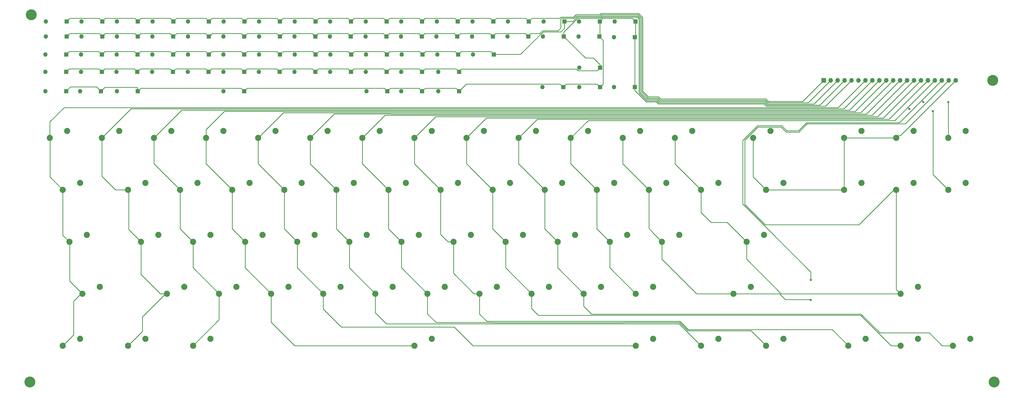
<source format=gbl>
%TF.GenerationSoftware,KiCad,Pcbnew,(5.1.6)-1*%
%TF.CreationDate,2020-11-26T21:32:01-06:00*%
%TF.ProjectId,Protomatrix,50726f74-6f6d-4617-9472-69782e6b6963,rev?*%
%TF.SameCoordinates,Original*%
%TF.FileFunction,Copper,L2,Bot*%
%TF.FilePolarity,Positive*%
%FSLAX46Y46*%
G04 Gerber Fmt 4.6, Leading zero omitted, Abs format (unit mm)*
G04 Created by KiCad (PCBNEW (5.1.6)-1) date 2020-11-26 21:32:01*
%MOMM*%
%LPD*%
G01*
G04 APERTURE LIST*
%TA.AperFunction,ComponentPad*%
%ADD10O,1.700000X1.700000*%
%TD*%
%TA.AperFunction,ComponentPad*%
%ADD11R,1.700000X1.700000*%
%TD*%
%TA.AperFunction,ComponentPad*%
%ADD12C,2.250000*%
%TD*%
%TA.AperFunction,ComponentPad*%
%ADD13O,1.600000X1.600000*%
%TD*%
%TA.AperFunction,ComponentPad*%
%ADD14R,1.600000X1.600000*%
%TD*%
%TA.AperFunction,ViaPad*%
%ADD15C,4.000000*%
%TD*%
%TA.AperFunction,ViaPad*%
%ADD16C,0.800000*%
%TD*%
%TA.AperFunction,Conductor*%
%ADD17C,0.254000*%
%TD*%
G04 APERTURE END LIST*
D10*
%TO.P,J1,20*%
%TO.N,Col13*%
X195691250Y-49435000D03*
%TO.P,J1,19*%
%TO.N,Col12*%
X193151250Y-49435000D03*
%TO.P,J1,18*%
%TO.N,Col11*%
X190611250Y-49435000D03*
%TO.P,J1,17*%
%TO.N,Col10*%
X188071250Y-49435000D03*
%TO.P,J1,16*%
%TO.N,Col9*%
X185531250Y-49435000D03*
%TO.P,J1,15*%
%TO.N,Col8*%
X182991250Y-49435000D03*
%TO.P,J1,14*%
%TO.N,Col7*%
X180451250Y-49435000D03*
%TO.P,J1,13*%
%TO.N,Col6*%
X177911250Y-49435000D03*
%TO.P,J1,12*%
%TO.N,Col5*%
X175371250Y-49435000D03*
%TO.P,J1,11*%
%TO.N,Col4*%
X172831250Y-49435000D03*
%TO.P,J1,10*%
%TO.N,Col3*%
X170291250Y-49435000D03*
%TO.P,J1,9*%
%TO.N,Col2*%
X167751250Y-49435000D03*
%TO.P,J1,8*%
%TO.N,Col1*%
X165211250Y-49435000D03*
%TO.P,J1,7*%
%TO.N,Col0*%
X162671250Y-49435000D03*
%TO.P,J1,6*%
%TO.N,Net-(J1-Pad6)*%
X160131250Y-49435000D03*
%TO.P,J1,5*%
%TO.N,Row4*%
X157591250Y-49435000D03*
%TO.P,J1,4*%
%TO.N,Row3*%
X155051250Y-49435000D03*
%TO.P,J1,3*%
%TO.N,Row2*%
X152511250Y-49435000D03*
%TO.P,J1,2*%
%TO.N,Row1*%
X149971250Y-49435000D03*
D11*
%TO.P,J1,1*%
%TO.N,Row0*%
X147431250Y-49435000D03*
%TD*%
D12*
%TO.P,MX`1,2*%
%TO.N,Net-(D1-Pad2)*%
X-129222500Y-67945000D03*
%TO.P,MX`1,1*%
%TO.N,Col0*%
X-135572500Y-70485000D03*
%TD*%
%TO.P,MX=1,2*%
%TO.N,Net-(D13-Pad2)*%
X99377500Y-67945000D03*
%TO.P,MX=1,1*%
%TO.N,Col12*%
X93027500Y-70485000D03*
%TD*%
%TO.P,MX-z1,2*%
%TO.N,Net-(D49-Pad2)*%
X-86360000Y-125095000D03*
%TO.P,MX-z1,1*%
%TO.N,Col1*%
X-92710000Y-127635000D03*
%TD*%
%TO.P,MX-Y1,2*%
%TO.N,Net-(D23-Pad2)*%
X-5397500Y-86995000D03*
%TO.P,MX-Y1,1*%
%TO.N,Col6*%
X-11747500Y-89535000D03*
%TD*%
%TO.P,MX-x1,2*%
%TO.N,Net-(D50-Pad2)*%
X-67310000Y-125095000D03*
%TO.P,MX-x1,1*%
%TO.N,Col2*%
X-73660000Y-127635000D03*
%TD*%
%TO.P,MX-W1,2*%
%TO.N,Net-(D19-Pad2)*%
X-81597500Y-86995000D03*
%TO.P,MX-W1,1*%
%TO.N,Col2*%
X-87947500Y-89535000D03*
%TD*%
%TO.P,MX-v1,2*%
%TO.N,Net-(D52-Pad2)*%
X-29210000Y-125095000D03*
%TO.P,MX-v1,1*%
%TO.N,Col4*%
X-35560000Y-127635000D03*
%TD*%
%TO.P,MX-Up1,2*%
%TO.N,Net-(D60-Pad2)*%
X181927500Y-125095000D03*
%TO.P,MX-Up1,1*%
%TO.N,Col12*%
X175577500Y-127635000D03*
%TD*%
%TO.P,MX-U1,2*%
%TO.N,Net-(D24-Pad2)*%
X13652500Y-86995000D03*
%TO.P,MX-U1,1*%
%TO.N,Col7*%
X7302500Y-89535000D03*
%TD*%
%TO.P,MX-Tab1,2*%
%TO.N,Net-(D34-Pad2)*%
X-124460000Y-86995000D03*
%TO.P,MX-Tab1,1*%
%TO.N,Col0*%
X-130810000Y-89535000D03*
%TD*%
%TO.P,MX-T1,2*%
%TO.N,Net-(D22-Pad2)*%
X-24447500Y-86995000D03*
%TO.P,MX-T1,1*%
%TO.N,Col5*%
X-30797500Y-89535000D03*
%TD*%
%TO.P,MX-Spc1,2*%
%TO.N,Net-(D64-Pad2)*%
X4127500Y-144145000D03*
%TO.P,MX-Spc1,1*%
%TO.N,Col3*%
X-2222500Y-146685000D03*
%TD*%
%TO.P,MX-s1,2*%
%TO.N,Net-(D37-Pad2)*%
X-76835000Y-106045000D03*
%TO.P,MX-s1,1*%
%TO.N,Col2*%
X-83185000Y-108585000D03*
%TD*%
%TO.P,MX-RSys1,2*%
%TO.N,Net-(D66-Pad2)*%
X108902500Y-144145000D03*
%TO.P,MX-RSys1,1*%
%TO.N,Col5*%
X102552500Y-146685000D03*
%TD*%
%TO.P,MX-RShift1,2*%
%TO.N,Net-(D59-Pad2)*%
X120808750Y-125095000D03*
%TO.P,MX-RShift1,1*%
%TO.N,Col11*%
X114458750Y-127635000D03*
%TD*%
%TO.P,MX-Right1,2*%
%TO.N,Net-(D70-Pad2)*%
X201041000Y-144145000D03*
%TO.P,MX-Right1,1*%
%TO.N,Col9*%
X194691000Y-146685000D03*
%TD*%
%TO.P,MX-RCtrl1,2*%
%TO.N,Net-(D67-Pad2)*%
X132715000Y-144145000D03*
%TO.P,MX-RCtrl1,1*%
%TO.N,Col6*%
X126365000Y-146685000D03*
%TD*%
%TO.P,MX-RAlt1,2*%
%TO.N,Net-(D65-Pad2)*%
X85090000Y-144145000D03*
%TO.P,MX-RAlt1,1*%
%TO.N,Col4*%
X78740000Y-146685000D03*
%TD*%
%TO.P,MX-R1,2*%
%TO.N,Net-(D21-Pad2)*%
X-43497500Y-86995000D03*
%TO.P,MX-R1,1*%
%TO.N,Col4*%
X-49847500Y-89535000D03*
%TD*%
%TO.P,MX-Q1,2*%
%TO.N,Net-(D18-Pad2)*%
X-100647500Y-86995000D03*
%TO.P,MX-Q1,1*%
%TO.N,Col1*%
X-106997500Y-89535000D03*
%TD*%
%TO.P,MX-PgUp1,2*%
%TO.N,Net-(D17-Pad2)*%
X199390000Y-67945000D03*
%TO.P,MX-PgUp1,1*%
%TO.N,Col11*%
X193040000Y-70485000D03*
%TD*%
%TO.P,MX-PgDn1,2*%
%TO.N,Net-(D33-Pad2)*%
X199390000Y-86995000D03*
%TO.P,MX-PgDn1,1*%
%TO.N,Col10*%
X193040000Y-89535000D03*
%TD*%
%TO.P,MX-p1,2*%
%TO.N,Net-(D27-Pad2)*%
X70866000Y-86995000D03*
%TO.P,MX-p1,1*%
%TO.N,Col10*%
X64516000Y-89535000D03*
%TD*%
%TO.P,MX-O1,2*%
%TO.N,Net-(D26-Pad2)*%
X51752500Y-86995000D03*
%TO.P,MX-O1,1*%
%TO.N,Col9*%
X45402500Y-89535000D03*
%TD*%
%TO.P,MX-n1,2*%
%TO.N,Net-(D54-Pad2)*%
X8890000Y-125095000D03*
%TO.P,MX-n1,1*%
%TO.N,Col6*%
X2540000Y-127635000D03*
%TD*%
%TO.P,MX-m1,2*%
%TO.N,Net-(D55-Pad2)*%
X27940000Y-125095000D03*
%TO.P,MX-m1,1*%
%TO.N,Col7*%
X21590000Y-127635000D03*
%TD*%
%TO.P,MX-LSys1,2*%
%TO.N,Net-(D62-Pad2)*%
X-100647500Y-144145000D03*
%TO.P,MX-LSys1,1*%
%TO.N,Col1*%
X-106997500Y-146685000D03*
%TD*%
%TO.P,MX-LShift1,2*%
%TO.N,Net-(D48-Pad2)*%
X-117300250Y-125095250D03*
%TO.P,MX-LShift1,1*%
%TO.N,Col0*%
X-123650250Y-127635250D03*
%TD*%
%TO.P,MX-Left1,2*%
%TO.N,Net-(D68-Pad2)*%
X162814000Y-144145000D03*
%TO.P,MX-Left1,1*%
%TO.N,Col7*%
X156464000Y-146685000D03*
%TD*%
%TO.P,MX-LCtrl1,2*%
%TO.N,Net-(D61-Pad2)*%
X-124460000Y-144145000D03*
%TO.P,MX-LCtrl1,1*%
%TO.N,Col0*%
X-130810000Y-146685000D03*
%TD*%
%TO.P,MX-LAlt1,2*%
%TO.N,Net-(D63-Pad2)*%
X-76835000Y-144145000D03*
%TO.P,MX-LAlt1,1*%
%TO.N,Col2*%
X-83185000Y-146685000D03*
%TD*%
%TO.P,MX-l1,2*%
%TO.N,Net-(D44-Pad2)*%
X56515000Y-106045000D03*
%TO.P,MX-l1,1*%
%TO.N,Col9*%
X50165000Y-108585000D03*
%TD*%
%TO.P,MX-k1,2*%
%TO.N,Net-(D43-Pad2)*%
X37465000Y-106045000D03*
%TO.P,MX-k1,1*%
%TO.N,Col8*%
X31115000Y-108585000D03*
%TD*%
%TO.P,MX-j1,2*%
%TO.N,Net-(D42-Pad2)*%
X18415000Y-106045000D03*
%TO.P,MX-j1,1*%
%TO.N,Col7*%
X12065000Y-108585000D03*
%TD*%
%TO.P,MX-Ins1,2*%
%TO.N,Net-(D15-Pad2)*%
X161290000Y-67945000D03*
%TO.P,MX-Ins1,1*%
%TO.N,Col13*%
X154940000Y-70485000D03*
%TD*%
%TO.P,MX-i1,2*%
%TO.N,Net-(D25-Pad2)*%
X32702500Y-86995000D03*
%TO.P,MX-i1,1*%
%TO.N,Col8*%
X26352500Y-89535000D03*
%TD*%
%TO.P,MX-Hm1,2*%
%TO.N,Net-(D16-Pad2)*%
X180340000Y-67945000D03*
%TO.P,MX-Hm1,1*%
%TO.N,Col13*%
X173990000Y-70485000D03*
%TD*%
%TO.P,MX-h1,2*%
%TO.N,Net-(D41-Pad2)*%
X-635000Y-106045000D03*
%TO.P,MX-h1,1*%
%TO.N,Col6*%
X-6985000Y-108585000D03*
%TD*%
%TO.P,MX-g1,2*%
%TO.N,Net-(D40-Pad2)*%
X-19685000Y-106045000D03*
%TO.P,MX-g1,1*%
%TO.N,Col5*%
X-26035000Y-108585000D03*
%TD*%
%TO.P,MX-f1,2*%
%TO.N,Net-(D39-Pad2)*%
X-38735000Y-106045000D03*
%TO.P,MX-f1,1*%
%TO.N,Col4*%
X-45085000Y-108585000D03*
%TD*%
%TO.P,MX-Enter1,2*%
%TO.N,Net-(D47-Pad2)*%
X125571250Y-106045000D03*
%TO.P,MX-Enter1,1*%
%TO.N,Col12*%
X119221250Y-108585000D03*
%TD*%
%TO.P,MX-end1,2*%
%TO.N,Net-(D32-Pad2)*%
X180340000Y-86995000D03*
%TO.P,MX-end1,1*%
%TO.N,Col12*%
X173990000Y-89535000D03*
%TD*%
%TO.P,MX-E1,2*%
%TO.N,Net-(D20-Pad2)*%
X-62547500Y-86995000D03*
%TO.P,MX-E1,1*%
%TO.N,Col3*%
X-68897500Y-89535000D03*
%TD*%
%TO.P,MX-Down1,2*%
%TO.N,Net-(D69-Pad2)*%
X181927500Y-144145000D03*
%TO.P,MX-Down1,1*%
%TO.N,Col8*%
X175577500Y-146685000D03*
%TD*%
%TO.P,MX-Del1,2*%
%TO.N,Net-(D31-Pad2)*%
X161290000Y-86995000D03*
%TO.P,MX-Del1,1*%
%TO.N,Col13*%
X154940000Y-89535000D03*
%TD*%
%TO.P,MX-d1,2*%
%TO.N,Net-(D38-Pad2)*%
X-57785000Y-106045000D03*
%TO.P,MX-d1,1*%
%TO.N,Col3*%
X-64135000Y-108585000D03*
%TD*%
%TO.P,MX-Caps1,2*%
%TO.N,Net-(D35-Pad2)*%
X-122078750Y-106045000D03*
%TO.P,MX-Caps1,1*%
%TO.N,Col0*%
X-128428750Y-108585000D03*
%TD*%
%TO.P,MX-c1,2*%
%TO.N,Net-(D51-Pad2)*%
X-48260000Y-125095000D03*
%TO.P,MX-c1,1*%
%TO.N,Col3*%
X-54610000Y-127635000D03*
%TD*%
%TO.P,MX-Bksp1,2*%
%TO.N,Net-(D14-Pad2)*%
X127952500Y-67945000D03*
%TO.P,MX-Bksp1,1*%
%TO.N,Col13*%
X121602500Y-70485000D03*
%TD*%
%TO.P,MX-b1,2*%
%TO.N,Net-(D53-Pad2)*%
X-10160000Y-125095000D03*
%TO.P,MX-b1,1*%
%TO.N,Col5*%
X-16510000Y-127635000D03*
%TD*%
%TO.P,MX-a1,2*%
%TO.N,Net-(D36-Pad2)*%
X-95885000Y-106045000D03*
%TO.P,MX-a1,1*%
%TO.N,Col1*%
X-102235000Y-108585000D03*
%TD*%
%TO.P,MX-]1,2*%
%TO.N,Net-(D29-Pad2)*%
X108902500Y-86995000D03*
%TO.P,MX-]1,1*%
%TO.N,Col12*%
X102552500Y-89535000D03*
%TD*%
%TO.P,MX-\u005C1,2*%
%TO.N,Net-(D30-Pad2)*%
X132715000Y-86995000D03*
%TO.P,MX-\u005C1,1*%
%TO.N,Col13*%
X126365000Y-89535000D03*
%TD*%
%TO.P,MX-[1,2*%
%TO.N,Net-(D28-Pad2)*%
X89852500Y-86995000D03*
%TO.P,MX-[1,1*%
%TO.N,Col11*%
X83502500Y-89535000D03*
%TD*%
%TO.P,MX-;1,2*%
%TO.N,Net-(D45-Pad2)*%
X75565000Y-106045000D03*
%TO.P,MX-;1,1*%
%TO.N,Col10*%
X69215000Y-108585000D03*
%TD*%
%TO.P,MX-/1,2*%
%TO.N,Net-(D58-Pad2)*%
X85090000Y-125095000D03*
%TO.P,MX-/1,1*%
%TO.N,Col10*%
X78740000Y-127635000D03*
%TD*%
%TO.P,MX-'1,2*%
%TO.N,Net-(D46-Pad2)*%
X94615000Y-106045000D03*
%TO.P,MX-'1,1*%
%TO.N,Col11*%
X88265000Y-108585000D03*
%TD*%
%TO.P,MX-1,2*%
%TO.N,Net-(D12-Pad2)*%
X80327500Y-67945000D03*
%TO.P,MX-1,1*%
%TO.N,Col11*%
X73977500Y-70485000D03*
%TD*%
%TO.P,MX-.1,2*%
%TO.N,Net-(D57-Pad2)*%
X66040000Y-125095000D03*
%TO.P,MX-.1,1*%
%TO.N,Col9*%
X59690000Y-127635000D03*
%TD*%
%TO.P,MX-\u002C1,2*%
%TO.N,Net-(D56-Pad2)*%
X46990000Y-125095000D03*
%TO.P,MX-\u002C1,1*%
%TO.N,Col8*%
X40640000Y-127635000D03*
%TD*%
%TO.P,MX9,2*%
%TO.N,Net-(D10-Pad2)*%
X42227500Y-67945000D03*
%TO.P,MX9,1*%
%TO.N,Col9*%
X35877500Y-70485000D03*
%TD*%
%TO.P,MX8,2*%
%TO.N,Net-(D9-Pad2)*%
X23177500Y-67945000D03*
%TO.P,MX8,1*%
%TO.N,Col8*%
X16827500Y-70485000D03*
%TD*%
%TO.P,MX7,2*%
%TO.N,Net-(D8-Pad2)*%
X4127500Y-67945000D03*
%TO.P,MX7,1*%
%TO.N,Col7*%
X-2222500Y-70485000D03*
%TD*%
%TO.P,MX6,2*%
%TO.N,Net-(D7-Pad2)*%
X-14922500Y-67945000D03*
%TO.P,MX6,1*%
%TO.N,Col6*%
X-21272500Y-70485000D03*
%TD*%
%TO.P,MX5,2*%
%TO.N,Net-(D6-Pad2)*%
X-33972500Y-67945000D03*
%TO.P,MX5,1*%
%TO.N,Col5*%
X-40322500Y-70485000D03*
%TD*%
%TO.P,MX4,2*%
%TO.N,Net-(D5-Pad2)*%
X-53022500Y-67945000D03*
%TO.P,MX4,1*%
%TO.N,Col4*%
X-59372500Y-70485000D03*
%TD*%
%TO.P,MX3,2*%
%TO.N,Net-(D4-Pad2)*%
X-72072500Y-67945000D03*
%TO.P,MX3,1*%
%TO.N,Col3*%
X-78422500Y-70485000D03*
%TD*%
%TO.P,MX2,2*%
%TO.N,Net-(D3-Pad2)*%
X-91122500Y-67945000D03*
%TO.P,MX2,1*%
%TO.N,Col2*%
X-97472500Y-70485000D03*
%TD*%
%TO.P,MX1,2*%
%TO.N,Net-(D2-Pad2)*%
X-110172500Y-67945000D03*
%TO.P,MX1,1*%
%TO.N,Col1*%
X-116522500Y-70485000D03*
%TD*%
%TO.P,MX0,2*%
%TO.N,Net-(D11-Pad2)*%
X61277500Y-67945000D03*
%TO.P,MX0,1*%
%TO.N,Col10*%
X54927500Y-70485000D03*
%TD*%
D13*
%TO.P,D70,2*%
%TO.N,Net-(D70-Pad2)*%
X70755000Y-51879750D03*
D14*
%TO.P,D70,1*%
%TO.N,Row4*%
X78375000Y-51879750D03*
%TD*%
D13*
%TO.P,D69,2*%
%TO.N,Net-(D69-Pad2)*%
X58055000Y-51879750D03*
D14*
%TO.P,D69,1*%
%TO.N,Row4*%
X65675000Y-51879750D03*
%TD*%
D13*
%TO.P,D68,2*%
%TO.N,Net-(D68-Pad2)*%
X44561250Y-51879750D03*
D14*
%TO.P,D68,1*%
%TO.N,Row4*%
X52181250Y-51879750D03*
%TD*%
D13*
%TO.P,D67,2*%
%TO.N,Net-(D67-Pad2)*%
X6461250Y-53403750D03*
D14*
%TO.P,D67,1*%
%TO.N,Row4*%
X14081250Y-53403750D03*
%TD*%
D13*
%TO.P,D66,2*%
%TO.N,Net-(D66-Pad2)*%
X-7032500Y-53403750D03*
D14*
%TO.P,D66,1*%
%TO.N,Row4*%
X587500Y-53403750D03*
%TD*%
D13*
%TO.P,D65,2*%
%TO.N,Net-(D65-Pad2)*%
X-19732500Y-53403750D03*
D14*
%TO.P,D65,1*%
%TO.N,Row4*%
X-12112500Y-53403750D03*
%TD*%
D13*
%TO.P,D64,2*%
%TO.N,Net-(D64-Pad2)*%
X-72120000Y-53403750D03*
D14*
%TO.P,D64,1*%
%TO.N,Row4*%
X-64500000Y-53403750D03*
%TD*%
D13*
%TO.P,D63,2*%
%TO.N,Net-(D63-Pad2)*%
X-111013750Y-53403750D03*
D14*
%TO.P,D63,1*%
%TO.N,Row4*%
X-103393750Y-53403750D03*
%TD*%
D13*
%TO.P,D62,2*%
%TO.N,Net-(D62-Pad2)*%
X-124507500Y-53403750D03*
D14*
%TO.P,D62,1*%
%TO.N,Row4*%
X-116887500Y-53403750D03*
%TD*%
D13*
%TO.P,D61,2*%
%TO.N,Net-(D61-Pad2)*%
X-137207500Y-53403750D03*
D14*
%TO.P,D61,1*%
%TO.N,Row4*%
X-129587500Y-53403750D03*
%TD*%
D13*
%TO.P,D60,2*%
%TO.N,Net-(D60-Pad2)*%
X58055000Y-44736000D03*
D14*
%TO.P,D60,1*%
%TO.N,Row3*%
X65675000Y-44736000D03*
%TD*%
D13*
%TO.P,D59,2*%
%TO.N,Net-(D59-Pad2)*%
X6461250Y-46260000D03*
D14*
%TO.P,D59,1*%
%TO.N,Row3*%
X14081250Y-46260000D03*
%TD*%
D13*
%TO.P,D58,2*%
%TO.N,Net-(D58-Pad2)*%
X-7032500Y-46260000D03*
D14*
%TO.P,D58,1*%
%TO.N,Row3*%
X587500Y-46260000D03*
%TD*%
D13*
%TO.P,D57,2*%
%TO.N,Net-(D57-Pad2)*%
X-20050000Y-46260000D03*
D14*
%TO.P,D57,1*%
%TO.N,Row3*%
X-12430000Y-46260000D03*
%TD*%
D13*
%TO.P,D56,2*%
%TO.N,Net-(D56-Pad2)*%
X-33067500Y-46260000D03*
D14*
%TO.P,D56,1*%
%TO.N,Row3*%
X-25447500Y-46260000D03*
%TD*%
D13*
%TO.P,D55,2*%
%TO.N,Net-(D55-Pad2)*%
X-46085000Y-46260000D03*
D14*
%TO.P,D55,1*%
%TO.N,Row3*%
X-38465000Y-46260000D03*
%TD*%
D13*
%TO.P,D54,2*%
%TO.N,Net-(D54-Pad2)*%
X-59102500Y-46260000D03*
D14*
%TO.P,D54,1*%
%TO.N,Row3*%
X-51482500Y-46260000D03*
%TD*%
D13*
%TO.P,D53,2*%
%TO.N,Net-(D53-Pad2)*%
X-72120000Y-46260000D03*
D14*
%TO.P,D53,1*%
%TO.N,Row3*%
X-64500000Y-46260000D03*
%TD*%
D13*
%TO.P,D52,2*%
%TO.N,Net-(D52-Pad2)*%
X-85137500Y-46260000D03*
D14*
%TO.P,D52,1*%
%TO.N,Row3*%
X-77517500Y-46260000D03*
%TD*%
D13*
%TO.P,D51,2*%
%TO.N,Net-(D51-Pad2)*%
X-98155000Y-46260000D03*
D14*
%TO.P,D51,1*%
%TO.N,Row3*%
X-90535000Y-46260000D03*
%TD*%
D13*
%TO.P,D50,2*%
%TO.N,Net-(D50-Pad2)*%
X-111172500Y-46260000D03*
D14*
%TO.P,D50,1*%
%TO.N,Row3*%
X-103552500Y-46260000D03*
%TD*%
D13*
%TO.P,D49,2*%
%TO.N,Net-(D49-Pad2)*%
X-124190000Y-46260000D03*
D14*
%TO.P,D49,1*%
%TO.N,Row3*%
X-116570000Y-46260000D03*
%TD*%
D13*
%TO.P,D48,2*%
%TO.N,Net-(D48-Pad2)*%
X-137207500Y-46260000D03*
D14*
%TO.P,D48,1*%
%TO.N,Row3*%
X-129587500Y-46260000D03*
%TD*%
D13*
%TO.P,D47,2*%
%TO.N,Net-(D47-Pad2)*%
X19161250Y-39910000D03*
D14*
%TO.P,D47,1*%
%TO.N,Row2*%
X26781250Y-39910000D03*
%TD*%
D13*
%TO.P,D46,2*%
%TO.N,Net-(D46-Pad2)*%
X6130519Y-39910000D03*
D14*
%TO.P,D46,1*%
%TO.N,Row2*%
X13750519Y-39910000D03*
%TD*%
D13*
%TO.P,D45,2*%
%TO.N,Net-(D45-Pad2)*%
X-6900210Y-39910000D03*
D14*
%TO.P,D45,1*%
%TO.N,Row2*%
X719790Y-39910000D03*
%TD*%
D13*
%TO.P,D44,2*%
%TO.N,Net-(D44-Pad2)*%
X-19930939Y-39910000D03*
D14*
%TO.P,D44,1*%
%TO.N,Row2*%
X-12310939Y-39910000D03*
%TD*%
D13*
%TO.P,D43,2*%
%TO.N,Net-(D43-Pad2)*%
X-32961668Y-39910000D03*
D14*
%TO.P,D43,1*%
%TO.N,Row2*%
X-25341668Y-39910000D03*
%TD*%
D13*
%TO.P,D42,2*%
%TO.N,Net-(D42-Pad2)*%
X-45992397Y-39910000D03*
D14*
%TO.P,D42,1*%
%TO.N,Row2*%
X-38372397Y-39910000D03*
%TD*%
D13*
%TO.P,D41,2*%
%TO.N,Net-(D41-Pad2)*%
X-59023126Y-39910000D03*
D14*
%TO.P,D41,1*%
%TO.N,Row2*%
X-51403126Y-39910000D03*
%TD*%
D13*
%TO.P,D40,2*%
%TO.N,Net-(D40-Pad2)*%
X-72053855Y-39910000D03*
D14*
%TO.P,D40,1*%
%TO.N,Row2*%
X-64433855Y-39910000D03*
%TD*%
D13*
%TO.P,D39,2*%
%TO.N,Net-(D39-Pad2)*%
X-85084584Y-39910000D03*
D14*
%TO.P,D39,1*%
%TO.N,Row2*%
X-77464584Y-39910000D03*
%TD*%
D13*
%TO.P,D38,2*%
%TO.N,Net-(D38-Pad2)*%
X-98115313Y-39910000D03*
D14*
%TO.P,D38,1*%
%TO.N,Row2*%
X-90495313Y-39910000D03*
%TD*%
D13*
%TO.P,D37,2*%
%TO.N,Net-(D37-Pad2)*%
X-111146042Y-39910000D03*
D14*
%TO.P,D37,1*%
%TO.N,Row2*%
X-103526042Y-39910000D03*
%TD*%
D13*
%TO.P,D36,2*%
%TO.N,Net-(D36-Pad2)*%
X-124176771Y-39910000D03*
D14*
%TO.P,D36,1*%
%TO.N,Row2*%
X-116556771Y-39910000D03*
%TD*%
D13*
%TO.P,D35,2*%
%TO.N,Net-(D35-Pad2)*%
X-137207500Y-39910000D03*
D14*
%TO.P,D35,1*%
%TO.N,Row2*%
X-129587500Y-39910000D03*
%TD*%
D13*
%TO.P,D34,2*%
%TO.N,Net-(D34-Pad2)*%
X-137001250Y-33337500D03*
D14*
%TO.P,D34,1*%
%TO.N,Row1*%
X-129381250Y-33337500D03*
%TD*%
D13*
%TO.P,D33,2*%
%TO.N,Net-(D33-Pad2)*%
X70755000Y-33560000D03*
D14*
%TO.P,D33,1*%
%TO.N,Row4*%
X78375000Y-33560000D03*
%TD*%
D13*
%TO.P,D32,2*%
%TO.N,Net-(D32-Pad2)*%
X57770225Y-33337500D03*
D14*
%TO.P,D32,1*%
%TO.N,Row4*%
X65390225Y-33337500D03*
%TD*%
D13*
%TO.P,D31,2*%
%TO.N,Net-(D31-Pad2)*%
X44785460Y-33337500D03*
D14*
%TO.P,D31,1*%
%TO.N,Row3*%
X52405460Y-33337500D03*
%TD*%
D13*
%TO.P,D30,2*%
%TO.N,Net-(D30-Pad2)*%
X31800695Y-33337500D03*
D14*
%TO.P,D30,1*%
%TO.N,Row1*%
X39420695Y-33337500D03*
%TD*%
D13*
%TO.P,D29,2*%
%TO.N,Net-(D29-Pad2)*%
X18815930Y-33337500D03*
D14*
%TO.P,D29,1*%
%TO.N,Row1*%
X26435930Y-33337500D03*
%TD*%
D13*
%TO.P,D28,2*%
%TO.N,Net-(D28-Pad2)*%
X5831165Y-33337500D03*
D14*
%TO.P,D28,1*%
%TO.N,Row1*%
X13451165Y-33337500D03*
%TD*%
D13*
%TO.P,D27,2*%
%TO.N,Net-(D27-Pad2)*%
X-7153600Y-33337500D03*
D14*
%TO.P,D27,1*%
%TO.N,Row1*%
X466400Y-33337500D03*
%TD*%
D13*
%TO.P,D26,2*%
%TO.N,Net-(D26-Pad2)*%
X-20138365Y-33337500D03*
D14*
%TO.P,D26,1*%
%TO.N,Row1*%
X-12518365Y-33337500D03*
%TD*%
D13*
%TO.P,D25,2*%
%TO.N,Net-(D25-Pad2)*%
X-33123130Y-33337500D03*
D14*
%TO.P,D25,1*%
%TO.N,Row1*%
X-25503130Y-33337500D03*
%TD*%
D13*
%TO.P,D24,2*%
%TO.N,Net-(D24-Pad2)*%
X-46107895Y-33337500D03*
D14*
%TO.P,D24,1*%
%TO.N,Row1*%
X-38487895Y-33337500D03*
%TD*%
D13*
%TO.P,D23,2*%
%TO.N,Net-(D23-Pad2)*%
X-59092660Y-33337500D03*
D14*
%TO.P,D23,1*%
%TO.N,Row1*%
X-51472660Y-33337500D03*
%TD*%
D13*
%TO.P,D22,2*%
%TO.N,Net-(D22-Pad2)*%
X-72077425Y-33337500D03*
D14*
%TO.P,D22,1*%
%TO.N,Row1*%
X-64457425Y-33337500D03*
%TD*%
D13*
%TO.P,D21,2*%
%TO.N,Net-(D21-Pad2)*%
X-85062190Y-33337500D03*
D14*
%TO.P,D21,1*%
%TO.N,Row1*%
X-77442190Y-33337500D03*
%TD*%
D13*
%TO.P,D20,2*%
%TO.N,Net-(D20-Pad2)*%
X-98046955Y-33337500D03*
D14*
%TO.P,D20,1*%
%TO.N,Row1*%
X-90426955Y-33337500D03*
%TD*%
D13*
%TO.P,D19,2*%
%TO.N,Net-(D19-Pad2)*%
X-111031720Y-33337500D03*
D14*
%TO.P,D19,1*%
%TO.N,Row1*%
X-103411720Y-33337500D03*
%TD*%
D13*
%TO.P,D18,2*%
%TO.N,Net-(D18-Pad2)*%
X-124016485Y-33337500D03*
D14*
%TO.P,D18,1*%
%TO.N,Row1*%
X-116396485Y-33337500D03*
%TD*%
D13*
%TO.P,D17,2*%
%TO.N,Net-(D17-Pad2)*%
X70961250Y-27781250D03*
D14*
%TO.P,D17,1*%
%TO.N,Row4*%
X78581250Y-27781250D03*
%TD*%
D13*
%TO.P,D16,2*%
%TO.N,Net-(D16-Pad2)*%
X57963590Y-27781250D03*
D14*
%TO.P,D16,1*%
%TO.N,Row4*%
X65583590Y-27781250D03*
%TD*%
D13*
%TO.P,D15,2*%
%TO.N,Net-(D15-Pad2)*%
X44965934Y-27781250D03*
D14*
%TO.P,D15,1*%
%TO.N,Row2*%
X52585934Y-27781250D03*
%TD*%
D13*
%TO.P,D14,2*%
%TO.N,Net-(D14-Pad2)*%
X31968278Y-27781250D03*
D14*
%TO.P,D14,1*%
%TO.N,Row0*%
X39588278Y-27781250D03*
%TD*%
D13*
%TO.P,D13,2*%
%TO.N,Net-(D13-Pad2)*%
X18970622Y-27781250D03*
D14*
%TO.P,D13,1*%
%TO.N,Row0*%
X26590622Y-27781250D03*
%TD*%
D13*
%TO.P,D12,2*%
%TO.N,Net-(D12-Pad2)*%
X5972966Y-27781250D03*
D14*
%TO.P,D12,1*%
%TO.N,Row0*%
X13592966Y-27781250D03*
%TD*%
D13*
%TO.P,D11,2*%
%TO.N,Net-(D11-Pad2)*%
X-7024690Y-27781250D03*
D14*
%TO.P,D11,1*%
%TO.N,Row0*%
X595310Y-27781250D03*
%TD*%
D13*
%TO.P,D10,2*%
%TO.N,Net-(D10-Pad2)*%
X-20022346Y-27781250D03*
D14*
%TO.P,D10,1*%
%TO.N,Row0*%
X-12402346Y-27781250D03*
%TD*%
D13*
%TO.P,D9,2*%
%TO.N,Net-(D9-Pad2)*%
X-33020002Y-27781250D03*
D14*
%TO.P,D9,1*%
%TO.N,Row0*%
X-25400002Y-27781250D03*
%TD*%
D13*
%TO.P,D8,2*%
%TO.N,Net-(D8-Pad2)*%
X-46017658Y-27781250D03*
D14*
%TO.P,D8,1*%
%TO.N,Row0*%
X-38397658Y-27781250D03*
%TD*%
D13*
%TO.P,D7,2*%
%TO.N,Net-(D7-Pad2)*%
X-59015314Y-27781250D03*
D14*
%TO.P,D7,1*%
%TO.N,Row0*%
X-51395314Y-27781250D03*
%TD*%
D13*
%TO.P,D6,2*%
%TO.N,Net-(D6-Pad2)*%
X-72012970Y-27781250D03*
D14*
%TO.P,D6,1*%
%TO.N,Row0*%
X-64392970Y-27781250D03*
%TD*%
D13*
%TO.P,D5,2*%
%TO.N,Net-(D5-Pad2)*%
X-85010626Y-27781250D03*
D14*
%TO.P,D5,1*%
%TO.N,Row0*%
X-77390626Y-27781250D03*
%TD*%
D13*
%TO.P,D4,2*%
%TO.N,Net-(D4-Pad2)*%
X-98008282Y-27781250D03*
D14*
%TO.P,D4,1*%
%TO.N,Row0*%
X-90388282Y-27781250D03*
%TD*%
D13*
%TO.P,D3,2*%
%TO.N,Net-(D3-Pad2)*%
X-111005938Y-27781250D03*
D14*
%TO.P,D3,1*%
%TO.N,Row0*%
X-103385938Y-27781250D03*
%TD*%
D13*
%TO.P,D2,2*%
%TO.N,Net-(D2-Pad2)*%
X-124003594Y-27781250D03*
D14*
%TO.P,D2,1*%
%TO.N,Row0*%
X-116383594Y-27781250D03*
%TD*%
D13*
%TO.P,D1,2*%
%TO.N,Net-(D1-Pad2)*%
X-137001250Y-27781250D03*
D14*
%TO.P,D1,1*%
%TO.N,Row0*%
X-129381250Y-27781250D03*
%TD*%
D15*
%TO.N,*%
X-142367000Y-25400000D03*
X209296000Y-49403000D03*
X209804000Y-160020000D03*
X-142875000Y-160020000D03*
D16*
%TO.N,Col11*%
X142748000Y-129921000D03*
X142748000Y-122555000D03*
X193040000Y-57404000D03*
X183896000Y-57404000D03*
%TO.N,Col10*%
X187325000Y-60706000D03*
X178816000Y-59944000D03*
%TD*%
D17*
%TO.N,Row0*%
X27717623Y-26654249D02*
X26590622Y-27781250D01*
X38461277Y-26654249D02*
X27717623Y-26654249D01*
X39588278Y-27781250D02*
X38461277Y-26654249D01*
X14719967Y-26654249D02*
X13592966Y-27781250D01*
X25463621Y-26654249D02*
X14719967Y-26654249D01*
X26590622Y-27781250D02*
X25463621Y-26654249D01*
X1722311Y-26654249D02*
X595310Y-27781250D01*
X12465965Y-26654249D02*
X1722311Y-26654249D01*
X13592966Y-27781250D02*
X12465965Y-26654249D01*
X-11275345Y-26654249D02*
X-12402346Y-27781250D01*
X-531691Y-26654249D02*
X-11275345Y-26654249D01*
X595310Y-27781250D02*
X-531691Y-26654249D01*
X-24273001Y-26654249D02*
X-25400002Y-27781250D01*
X-13529347Y-26654249D02*
X-24273001Y-26654249D01*
X-12402346Y-27781250D02*
X-13529347Y-26654249D01*
X-37270657Y-26654249D02*
X-38397658Y-27781250D01*
X-26527003Y-26654249D02*
X-37270657Y-26654249D01*
X-25400002Y-27781250D02*
X-26527003Y-26654249D01*
X-50268313Y-26654249D02*
X-51395314Y-27781250D01*
X-39524659Y-26654249D02*
X-50268313Y-26654249D01*
X-38397658Y-27781250D02*
X-39524659Y-26654249D01*
X-52522315Y-26654249D02*
X-63265969Y-26654249D01*
X-63265969Y-26654249D02*
X-64392970Y-27781250D01*
X-51395314Y-27781250D02*
X-52522315Y-26654249D01*
X-76263625Y-26654249D02*
X-77390626Y-27781250D01*
X-65519971Y-26654249D02*
X-76263625Y-26654249D01*
X-64392970Y-27781250D02*
X-65519971Y-26654249D01*
X-89261281Y-26654249D02*
X-90388282Y-27781250D01*
X-78517627Y-26654249D02*
X-89261281Y-26654249D01*
X-77390626Y-27781250D02*
X-78517627Y-26654249D01*
X-102258937Y-26654249D02*
X-103385938Y-27781250D01*
X-91515283Y-26654249D02*
X-102258937Y-26654249D01*
X-90388282Y-27781250D02*
X-91515283Y-26654249D01*
X-104512939Y-26654249D02*
X-115256593Y-26654249D01*
X-115256593Y-26654249D02*
X-116383594Y-27781250D01*
X-103385938Y-27781250D02*
X-104512939Y-26654249D01*
X-128254249Y-26654249D02*
X-129381250Y-27781250D01*
X-117510595Y-26654249D02*
X-128254249Y-26654249D01*
X-116383594Y-27781250D02*
X-117510595Y-26654249D01*
X147288000Y-49435000D02*
X147431250Y-49435000D01*
X65958363Y-24838210D02*
X79753012Y-24838210D01*
X79753012Y-24838210D02*
X81245030Y-26330227D01*
X81245030Y-53403766D02*
X83302224Y-55460960D01*
X86985228Y-55460960D02*
X87747228Y-56222960D01*
X81245030Y-26330227D02*
X81245030Y-53403766D01*
X83302224Y-55460960D02*
X86985228Y-55460960D01*
X126355228Y-56222960D02*
X127244228Y-57111960D01*
X87747228Y-56222960D02*
X126355228Y-56222960D01*
X39588278Y-27781250D02*
X40715279Y-26654249D01*
X65504354Y-25292219D02*
X65958363Y-24838210D01*
X40715279Y-26654249D02*
X50882266Y-26654249D01*
X56858458Y-25292219D02*
X65504354Y-25292219D01*
X50882266Y-26654249D02*
X51336276Y-26200239D01*
X55950439Y-26200239D02*
X56858458Y-25292219D01*
X51336276Y-26200239D02*
X55950439Y-26200239D01*
X147415000Y-49435000D02*
X139738040Y-57111960D01*
X147431250Y-49435000D02*
X147415000Y-49435000D01*
X127244228Y-57111960D02*
X139738040Y-57111960D01*
%TO.N,Row1*%
X-117523486Y-32210499D02*
X-116396485Y-33337500D01*
X-128254249Y-32210499D02*
X-117523486Y-32210499D01*
X-129381250Y-33337500D02*
X-128254249Y-32210499D01*
X-116396485Y-33337500D02*
X-116395500Y-33337500D01*
X-104538721Y-32210499D02*
X-103411720Y-33337500D01*
X-115268499Y-32210499D02*
X-104538721Y-32210499D01*
X-116395500Y-33337500D02*
X-115268499Y-32210499D01*
X-103411720Y-33337500D02*
X-103411720Y-33307720D01*
X-91553956Y-32210499D02*
X-90426955Y-33337500D01*
X-102314499Y-32210499D02*
X-91553956Y-32210499D01*
X-103411720Y-33307720D02*
X-102314499Y-32210499D01*
X-90426955Y-33337500D02*
X-90360500Y-33337500D01*
X-78569191Y-32210499D02*
X-77442190Y-33337500D01*
X-89233499Y-32210499D02*
X-78569191Y-32210499D01*
X-90360500Y-33337500D02*
X-89233499Y-32210499D01*
X-77442190Y-33337500D02*
X-77279500Y-33337500D01*
X-65584426Y-32210499D02*
X-64457425Y-33337500D01*
X-76152499Y-32210499D02*
X-65584426Y-32210499D01*
X-77279500Y-33337500D02*
X-76152499Y-32210499D01*
X-64457425Y-33337500D02*
X-64452500Y-33337500D01*
X-52599661Y-32210499D02*
X-51472660Y-33337500D01*
X-63325499Y-32210499D02*
X-52599661Y-32210499D01*
X-64452500Y-33337500D02*
X-63325499Y-32210499D01*
X-39614896Y-32210499D02*
X-38487895Y-33337500D01*
X-50371499Y-32210499D02*
X-39614896Y-32210499D01*
X-51472660Y-33311660D02*
X-50371499Y-32210499D01*
X-51472660Y-33337500D02*
X-51472660Y-33311660D01*
X-37360894Y-32210499D02*
X-26630131Y-32210499D01*
X-26630131Y-32210499D02*
X-25503130Y-33337500D01*
X-38487895Y-33337500D02*
X-37360894Y-32210499D01*
X-13645366Y-32210499D02*
X-12518365Y-33337500D01*
X-24376129Y-32210499D02*
X-13645366Y-32210499D01*
X-25503130Y-33337500D02*
X-24376129Y-32210499D01*
X-12518365Y-33337500D02*
X-12509500Y-33337500D01*
X-660601Y-32210499D02*
X466400Y-33337500D01*
X-11382499Y-32210499D02*
X-660601Y-32210499D01*
X-12509500Y-33337500D02*
X-11382499Y-32210499D01*
X466400Y-33337500D02*
X466400Y-33315600D01*
X12324164Y-32210499D02*
X13451165Y-33337500D01*
X1571501Y-32210499D02*
X12324164Y-32210499D01*
X466400Y-33315600D02*
X1571501Y-32210499D01*
X13451165Y-33337500D02*
X13525500Y-33337500D01*
X25308929Y-32210499D02*
X26435930Y-33337500D01*
X14652501Y-32210499D02*
X25308929Y-32210499D01*
X13525500Y-33337500D02*
X14652501Y-32210499D01*
X26435930Y-33337500D02*
X26435930Y-33254070D01*
X27479501Y-32210499D02*
X38293694Y-32210499D01*
X38293694Y-32210499D02*
X39420695Y-33337500D01*
X26435930Y-33254070D02*
X27479501Y-32210499D01*
X149971250Y-49435000D02*
X149971250Y-49926750D01*
X40386000Y-32258000D02*
X39420695Y-33223305D01*
X43554932Y-32258000D02*
X40386000Y-32258000D01*
X44643941Y-31168990D02*
X43554932Y-32258000D01*
X56138496Y-26654249D02*
X51524333Y-26654249D01*
X65692411Y-25746229D02*
X57046515Y-25746229D01*
X50365010Y-31168990D02*
X44643941Y-31168990D01*
X127056169Y-57565970D02*
X126167171Y-56676970D01*
X51308000Y-26870582D02*
X51308000Y-30226000D01*
X141840280Y-57565970D02*
X127056169Y-57565970D01*
X51308000Y-30226000D02*
X50365010Y-31168990D01*
X87559171Y-56676970D02*
X86797171Y-55914970D01*
X57046515Y-25746229D02*
X56138496Y-26654249D01*
X126167171Y-56676970D02*
X87559171Y-56676970D01*
X51524333Y-26654249D02*
X51308000Y-26870582D01*
X86797171Y-55914970D02*
X83114168Y-55914970D01*
X149971250Y-49435000D02*
X141840280Y-57565970D01*
X83114168Y-55914970D02*
X80791020Y-53591822D01*
X39420695Y-33223305D02*
X39420695Y-33337500D01*
X80791020Y-26518284D02*
X79564955Y-25292219D01*
X80791020Y-53591822D02*
X80791020Y-26518284D01*
X79564955Y-25292219D02*
X66146420Y-25292219D01*
X66146420Y-25292219D02*
X65692411Y-25746229D01*
%TO.N,Row2*%
X52585934Y-27781250D02*
X52585934Y-30345066D01*
X52585934Y-30345066D02*
X51308000Y-31623000D01*
X44831998Y-31623000D02*
X36576998Y-39878000D01*
X51308000Y-31623000D02*
X44831998Y-31623000D01*
X26813250Y-39878000D02*
X26781250Y-39910000D01*
X36576998Y-39878000D02*
X26813250Y-39878000D01*
X14877520Y-38782999D02*
X13750519Y-39910000D01*
X25654249Y-38782999D02*
X14877520Y-38782999D01*
X26781250Y-39910000D02*
X25654249Y-38782999D01*
X1846791Y-38782999D02*
X719790Y-39910000D01*
X12623518Y-38782999D02*
X1846791Y-38782999D01*
X13750519Y-39910000D02*
X12623518Y-38782999D01*
X-11183938Y-38782999D02*
X-12310939Y-39910000D01*
X-407211Y-38782999D02*
X-11183938Y-38782999D01*
X719790Y-39910000D02*
X-407211Y-38782999D01*
X-24214667Y-38782999D02*
X-25341668Y-39910000D01*
X-13437940Y-38782999D02*
X-24214667Y-38782999D01*
X-12310939Y-39910000D02*
X-13437940Y-38782999D01*
X-37245396Y-38782999D02*
X-38372397Y-39910000D01*
X-26468669Y-38782999D02*
X-37245396Y-38782999D01*
X-25341668Y-39910000D02*
X-26468669Y-38782999D01*
X-50276125Y-38782999D02*
X-51403126Y-39910000D01*
X-39499398Y-38782999D02*
X-50276125Y-38782999D01*
X-38372397Y-39910000D02*
X-39499398Y-38782999D01*
X-63306854Y-38782999D02*
X-64433855Y-39910000D01*
X-52530127Y-38782999D02*
X-63306854Y-38782999D01*
X-51403126Y-39910000D02*
X-52530127Y-38782999D01*
X-65560856Y-38782999D02*
X-76337583Y-38782999D01*
X-76337583Y-38782999D02*
X-77464584Y-39910000D01*
X-64433855Y-39910000D02*
X-65560856Y-38782999D01*
X-89368312Y-38782999D02*
X-90495313Y-39910000D01*
X-78591585Y-38782999D02*
X-89368312Y-38782999D01*
X-77464584Y-39910000D02*
X-78591585Y-38782999D01*
X-91622314Y-38782999D02*
X-102399041Y-38782999D01*
X-102399041Y-38782999D02*
X-103526042Y-39910000D01*
X-90495313Y-39910000D02*
X-91622314Y-38782999D01*
X-115429770Y-38782999D02*
X-116556771Y-39910000D01*
X-104653043Y-38782999D02*
X-115429770Y-38782999D01*
X-103526042Y-39910000D02*
X-104653043Y-38782999D01*
X-128460499Y-38782999D02*
X-129587500Y-39910000D01*
X-117683772Y-38782999D02*
X-128460499Y-38782999D01*
X-116556771Y-39910000D02*
X-117683772Y-38782999D01*
X55653562Y-27781250D02*
X52585934Y-27781250D01*
X65880468Y-26200239D02*
X57234572Y-26200239D01*
X87371114Y-57130980D02*
X86609114Y-56368980D01*
X57234572Y-26200239D02*
X55653562Y-27781250D01*
X80337010Y-26706341D02*
X79376898Y-25746229D01*
X126868112Y-58019980D02*
X125979114Y-57130980D01*
X143926270Y-58019980D02*
X126868112Y-58019980D01*
X82926112Y-56368980D02*
X80337010Y-53779878D01*
X80337010Y-53779878D02*
X80337010Y-26706341D01*
X152511250Y-49435000D02*
X143926270Y-58019980D01*
X125979114Y-57130980D02*
X87371114Y-57130980D01*
X66334477Y-25746229D02*
X65880468Y-26200239D01*
X86609114Y-56368980D02*
X82926112Y-56368980D01*
X79376898Y-25746229D02*
X66334477Y-25746229D01*
%TO.N,Row3*%
X-128460499Y-45132999D02*
X-117697001Y-45132999D01*
X-117697001Y-45132999D02*
X-116570000Y-46260000D01*
X-129587500Y-46260000D02*
X-128460499Y-45132999D01*
X-104679501Y-45132999D02*
X-103552500Y-46260000D01*
X-115442999Y-45132999D02*
X-104679501Y-45132999D01*
X-116570000Y-46260000D02*
X-115442999Y-45132999D01*
X-91662001Y-45132999D02*
X-90535000Y-46260000D01*
X-102425499Y-45132999D02*
X-91662001Y-45132999D01*
X-103552500Y-46260000D02*
X-102425499Y-45132999D01*
X-90535000Y-46260000D02*
X-90535000Y-46212000D01*
X-89455999Y-45132999D02*
X-78644501Y-45132999D01*
X-78644501Y-45132999D02*
X-77517500Y-46260000D01*
X-90535000Y-46212000D02*
X-89455999Y-45132999D01*
X-77517500Y-46260000D02*
X-77502000Y-46260000D01*
X-65627001Y-45132999D02*
X-64500000Y-46260000D01*
X-76374999Y-45132999D02*
X-65627001Y-45132999D01*
X-77502000Y-46260000D02*
X-76374999Y-45132999D01*
X-64500000Y-46260000D02*
X-64500000Y-46212000D01*
X-63420999Y-45132999D02*
X-52609501Y-45132999D01*
X-52609501Y-45132999D02*
X-51482500Y-46260000D01*
X-64500000Y-46212000D02*
X-63420999Y-45132999D01*
X-39592001Y-45132999D02*
X-38465000Y-46260000D01*
X-50355499Y-45132999D02*
X-39592001Y-45132999D01*
X-51482500Y-46260000D02*
X-50355499Y-45132999D01*
X-26574501Y-45132999D02*
X-25447500Y-46260000D01*
X-37337999Y-45132999D02*
X-26574501Y-45132999D01*
X-38465000Y-46260000D02*
X-37337999Y-45132999D01*
X-24320499Y-45132999D02*
X-13557001Y-45132999D01*
X-13557001Y-45132999D02*
X-12430000Y-46260000D01*
X-25447500Y-46260000D02*
X-24320499Y-45132999D01*
X-539501Y-45132999D02*
X587500Y-46260000D01*
X-11302999Y-45132999D02*
X-539501Y-45132999D01*
X-12430000Y-46260000D02*
X-11302999Y-45132999D01*
X12954249Y-45132999D02*
X14081250Y-46260000D01*
X1714501Y-45132999D02*
X12954249Y-45132999D01*
X587500Y-46260000D02*
X1714501Y-45132999D01*
X14081250Y-46260000D02*
X14081250Y-46243750D01*
X65675000Y-43682000D02*
X65675000Y-44736000D01*
X63222460Y-41229460D02*
X65675000Y-43682000D01*
X14081250Y-46260000D02*
X14081250Y-46116750D01*
X64547999Y-45863001D02*
X65675000Y-44736000D01*
X14081250Y-46116750D02*
X14913520Y-45284480D01*
X14913520Y-45284480D02*
X56935518Y-45284480D01*
X56935518Y-45284480D02*
X57514039Y-45863001D01*
X57514039Y-45863001D02*
X64547999Y-45863001D01*
X60297420Y-41229460D02*
X52405460Y-33337500D01*
X63222460Y-41229460D02*
X60297420Y-41229460D01*
X52405460Y-31671418D02*
X52405460Y-33337500D01*
X57422629Y-26654249D02*
X52405460Y-31671418D01*
X125791057Y-57584990D02*
X87183057Y-57584990D01*
X79188841Y-26200239D02*
X66522534Y-26200239D01*
X126680056Y-58473990D02*
X125791057Y-57584990D01*
X66068525Y-26654249D02*
X57422629Y-26654249D01*
X79883000Y-53967934D02*
X79883000Y-26894398D01*
X146012260Y-58473990D02*
X126680056Y-58473990D01*
X87183057Y-57584990D02*
X86421057Y-56822990D01*
X155051250Y-49435000D02*
X146012260Y-58473990D01*
X82738056Y-56822990D02*
X79883000Y-53967934D01*
X86421057Y-56822990D02*
X82738056Y-56822990D01*
X79883000Y-26894398D02*
X79188841Y-26200239D01*
X66522534Y-26200239D02*
X66068525Y-26654249D01*
%TO.N,Row4*%
X-118475250Y-51816000D02*
X-116887500Y-53403750D01*
X-128016000Y-51816000D02*
X-118475250Y-51816000D01*
X-129587500Y-53403750D02*
X-129587500Y-53387500D01*
X-129587500Y-53387500D02*
X-128016000Y-51816000D01*
X-116887500Y-53403750D02*
X-116887500Y-53387500D01*
X-116887500Y-53387500D02*
X-115443000Y-51943000D01*
X-103800500Y-51943000D02*
X-103393750Y-52349750D01*
X-103393750Y-52349750D02*
X-103393750Y-53403750D01*
X-115443000Y-51943000D02*
X-103800500Y-51943000D01*
X-65627001Y-52276749D02*
X-64500000Y-53403750D01*
X-102266749Y-52276749D02*
X-65627001Y-52276749D01*
X-103393750Y-53403750D02*
X-102266749Y-52276749D01*
X-13239501Y-52276749D02*
X-12112500Y-53403750D01*
X-63372999Y-52276749D02*
X-13239501Y-52276749D01*
X-64500000Y-53403750D02*
X-63372999Y-52276749D01*
X-539501Y-52276749D02*
X587500Y-53403750D01*
X-10985499Y-52276749D02*
X-539501Y-52276749D01*
X-12112500Y-53403750D02*
X-10985499Y-52276749D01*
X12954249Y-52276749D02*
X14081250Y-53403750D01*
X1714501Y-52276749D02*
X12954249Y-52276749D01*
X587500Y-53403750D02*
X1714501Y-52276749D01*
X51054249Y-50752749D02*
X52181250Y-51879750D01*
X16732251Y-50752749D02*
X51054249Y-50752749D01*
X14081250Y-53403750D02*
X16732251Y-50752749D01*
X64547999Y-50752749D02*
X65675000Y-51879750D01*
X53308251Y-50752749D02*
X64547999Y-50752749D01*
X52181250Y-51879750D02*
X53308251Y-50752749D01*
X78581250Y-33353750D02*
X78375000Y-33560000D01*
X78581250Y-27781250D02*
X78581250Y-33353750D01*
X78375000Y-33560000D02*
X78375000Y-49768000D01*
X65583590Y-33144135D02*
X65390225Y-33337500D01*
X65583590Y-27781250D02*
X65583590Y-33144135D01*
X153432250Y-53594000D02*
X157591250Y-49435000D01*
X78375000Y-51879750D02*
X78422750Y-51879750D01*
X77454249Y-26654249D02*
X78581250Y-27781250D01*
X66710591Y-26654249D02*
X77454249Y-26654249D01*
X65583590Y-27781250D02*
X66710591Y-26654249D01*
X66802001Y-34749276D02*
X65390225Y-33337500D01*
X66802001Y-50752749D02*
X66802001Y-34749276D01*
X65675000Y-51879750D02*
X66802001Y-50752749D01*
X78375000Y-49768000D02*
X78375000Y-51879750D01*
X153432250Y-53594000D02*
X153416000Y-53594000D01*
X153416000Y-53594000D02*
X148082000Y-58928000D01*
X148082000Y-58928000D02*
X126492000Y-58928000D01*
X126492000Y-58928000D02*
X125603000Y-58039000D01*
X125603000Y-58039000D02*
X86995000Y-58039000D01*
X86995000Y-58039000D02*
X86233000Y-57277000D01*
X86233000Y-57277000D02*
X82550000Y-57277000D01*
X78375000Y-53102000D02*
X78375000Y-51879750D01*
X82550000Y-57277000D02*
X78375000Y-53102000D01*
%TO.N,Col13*%
X121602500Y-84772500D02*
X126365000Y-89535000D01*
X121602500Y-70485000D02*
X121602500Y-84772500D01*
X126365000Y-89535000D02*
X154940000Y-89535000D01*
X154940000Y-89535000D02*
X154940000Y-70485000D01*
X154940000Y-70485000D02*
X173990000Y-70485000D01*
X195040000Y-49435000D02*
X195691250Y-49435000D01*
X195691250Y-49435000D02*
X175514000Y-69612250D01*
X174862750Y-69612250D02*
X173990000Y-70485000D01*
X175514000Y-69612250D02*
X174862750Y-69612250D01*
%TO.N,Col12*%
X119221250Y-114975732D02*
X119221250Y-108585000D01*
X131880518Y-127635000D02*
X119221250Y-114975732D01*
X175577500Y-127635000D02*
X131880518Y-127635000D01*
X102552500Y-97827181D02*
X102552500Y-89535000D01*
X106198319Y-101473000D02*
X102552500Y-97827181D01*
X119221250Y-108585000D02*
X112109250Y-101473000D01*
X112109250Y-101473000D02*
X106198319Y-101473000D01*
X102552500Y-89535000D02*
X93091000Y-80073500D01*
X93091000Y-70548500D02*
X93027500Y-70485000D01*
X93091000Y-80073500D02*
X93091000Y-70548500D01*
X173990000Y-126047500D02*
X173990000Y-89535000D01*
X175577500Y-127635000D02*
X173990000Y-126047500D01*
X173101000Y-89535000D02*
X173990000Y-89535000D01*
X138395288Y-68345011D02*
X133750010Y-68345011D01*
X118618000Y-71320538D02*
X118618000Y-94869000D01*
X141389288Y-65351010D02*
X138395288Y-68345011D01*
X193151250Y-49435000D02*
X177235240Y-65351010D01*
X177235240Y-65351010D02*
X141389288Y-65351010D01*
X131897999Y-66492999D02*
X123445539Y-66492999D01*
X123445539Y-66492999D02*
X118618000Y-71320538D01*
X133750010Y-68345011D02*
X131897999Y-66492999D01*
X118618000Y-94869000D02*
X126037999Y-102288999D01*
X126037999Y-102288999D02*
X160347001Y-102288999D01*
X160347001Y-102288999D02*
X173101000Y-89535000D01*
%TO.N,Col11*%
X114458750Y-127635000D02*
X100965000Y-127635000D01*
X88265000Y-114935000D02*
X88265000Y-108585000D01*
X100965000Y-127635000D02*
X88265000Y-114935000D01*
X84991599Y-105311599D02*
X84991599Y-105184599D01*
X88265000Y-108585000D02*
X84991599Y-105311599D01*
X83502500Y-103695500D02*
X83502500Y-89535000D01*
X84991599Y-105184599D02*
X83502500Y-103695500D01*
X73977500Y-80010000D02*
X73977500Y-70485000D01*
X83502500Y-89535000D02*
X73977500Y-80010000D01*
X131238452Y-127635000D02*
X133397452Y-129794000D01*
X114458750Y-127635000D02*
X131238452Y-127635000D01*
X133397452Y-129794000D02*
X141986000Y-129794000D01*
X141986000Y-129794000D02*
X142621000Y-129794000D01*
X142621000Y-129794000D02*
X142748000Y-129921000D01*
X142748000Y-119641068D02*
X128202966Y-105096034D01*
X142748000Y-122555000D02*
X142748000Y-119641068D01*
X128202966Y-105096034D02*
X128389933Y-105283000D01*
X123257482Y-66038989D02*
X117856000Y-71440471D01*
X132086056Y-66038989D02*
X123257482Y-66038989D01*
X117856000Y-71440471D02*
X117856000Y-94749066D01*
X175149250Y-64897000D02*
X141201232Y-64897000D01*
X117915967Y-94809033D02*
X128202966Y-105096034D01*
X141201232Y-64897000D02*
X138207231Y-67891001D01*
X117856000Y-94749066D02*
X117915967Y-94809033D01*
X138207231Y-67891001D02*
X133938067Y-67891001D01*
X133938067Y-67891001D02*
X132086056Y-66038989D01*
X193040000Y-70485000D02*
X193040000Y-59436000D01*
X193040000Y-59436000D02*
X193040000Y-57404000D01*
X183332625Y-56840625D02*
X183332625Y-56713625D01*
X183896000Y-57404000D02*
X183332625Y-56840625D01*
X190611250Y-49435000D02*
X183332625Y-56713625D01*
X183332625Y-56713625D02*
X175149250Y-64897000D01*
%TO.N,Col10*%
X69215000Y-118110000D02*
X69215000Y-108585000D01*
X78740000Y-127635000D02*
X69215000Y-118110000D01*
X64516000Y-103886000D02*
X64516000Y-89535000D01*
X69215000Y-108585000D02*
X64516000Y-103886000D01*
X54927500Y-79946500D02*
X54927500Y-70485000D01*
X64516000Y-89535000D02*
X54927500Y-79946500D01*
X54927500Y-70485000D02*
X61312470Y-64100030D01*
X61312470Y-64100030D02*
X173406220Y-64100030D01*
X193040000Y-89535000D02*
X187452000Y-83947000D01*
X187452000Y-83947000D02*
X187452000Y-60833000D01*
X187452000Y-60833000D02*
X187325000Y-60706000D01*
X178816000Y-59944000D02*
X178252625Y-59380625D01*
X178252625Y-59380625D02*
X178252625Y-59253625D01*
X173406220Y-64100030D02*
X178252625Y-59253625D01*
X178252625Y-59253625D02*
X188071250Y-49435000D01*
%TO.N,Col9*%
X194691000Y-146685000D02*
X190754000Y-146685000D01*
X168028066Y-141986000D02*
X161097057Y-135054990D01*
X62537990Y-135054990D02*
X59690000Y-132207000D01*
X190754000Y-146685000D02*
X186055000Y-141986000D01*
X186055000Y-141986000D02*
X168028066Y-141986000D01*
X59690000Y-132207000D02*
X59690000Y-127635000D01*
X161097057Y-135054990D02*
X62537990Y-135054990D01*
X50165000Y-118110000D02*
X50165000Y-108585000D01*
X59690000Y-127635000D02*
X50165000Y-118110000D01*
X45402500Y-103822500D02*
X45402500Y-89535000D01*
X50165000Y-108585000D02*
X45402500Y-103822500D01*
X35877500Y-80010000D02*
X35877500Y-70485000D01*
X45402500Y-89535000D02*
X35877500Y-80010000D01*
X171320230Y-63646020D02*
X185531250Y-49435000D01*
X35877500Y-70485000D02*
X42716480Y-63646020D01*
X42716480Y-63646020D02*
X171320230Y-63646020D01*
%TO.N,Col8*%
X40640000Y-133096000D02*
X40640000Y-127635000D01*
X43053000Y-135509000D02*
X40640000Y-133096000D01*
X175577500Y-146685000D02*
X172085000Y-146685000D01*
X160909000Y-135509000D02*
X43053000Y-135509000D01*
X172085000Y-146685000D02*
X160909000Y-135509000D01*
X31115000Y-118110000D02*
X31115000Y-108585000D01*
X40640000Y-127635000D02*
X31115000Y-118110000D01*
X26352500Y-103822500D02*
X26352500Y-89535000D01*
X31115000Y-108585000D02*
X26352500Y-103822500D01*
X26352500Y-89535000D02*
X18224500Y-81407000D01*
X18224500Y-81407000D02*
X18224500Y-81343500D01*
X16827500Y-79946500D02*
X16827500Y-70485000D01*
X18224500Y-81343500D02*
X16827500Y-79946500D01*
X16827500Y-70485000D02*
X24120490Y-63192010D01*
X169234240Y-63192010D02*
X182991250Y-49435000D01*
X24120490Y-63192010D02*
X169234240Y-63192010D01*
%TO.N,Col7*%
X-2222500Y-80010000D02*
X7302500Y-89535000D01*
X-2222500Y-70485000D02*
X-2222500Y-80010000D01*
X7302500Y-105853538D02*
X10033962Y-108585000D01*
X10033962Y-108585000D02*
X12065000Y-108585000D01*
X7302500Y-89535000D02*
X7302500Y-105853538D01*
X19558962Y-127635000D02*
X21590000Y-127635000D01*
X12065000Y-120141038D02*
X19558962Y-127635000D01*
X12065000Y-108585000D02*
X12065000Y-120141038D01*
X150548990Y-140769990D02*
X156464000Y-146685000D01*
X21590000Y-127635000D02*
X21590000Y-135054990D01*
X24257000Y-137721990D02*
X94873623Y-137721990D01*
X21590000Y-135054990D02*
X24257000Y-137721990D01*
X94873623Y-137721990D02*
X97921623Y-140769990D01*
X97921623Y-140769990D02*
X150548990Y-140769990D01*
X-2222500Y-70485000D02*
X5524500Y-62738000D01*
X167148250Y-62738000D02*
X180451250Y-49435000D01*
X5524500Y-62738000D02*
X167148250Y-62738000D01*
%TO.N,Col6*%
X2540000Y-135001000D02*
X2540000Y-127635000D01*
X5715000Y-138176000D02*
X2540000Y-135001000D01*
X26542038Y-138176000D02*
X5715000Y-138176000D01*
X26561127Y-138195089D02*
X26542038Y-138176000D01*
X120904000Y-141224000D02*
X97733566Y-141224000D01*
X126365000Y-146685000D02*
X120904000Y-141224000D01*
X97733566Y-141224000D02*
X94685566Y-138176000D01*
X74275911Y-138195089D02*
X26561127Y-138195089D01*
X94685566Y-138176000D02*
X74295000Y-138176000D01*
X74295000Y-138176000D02*
X74275911Y-138195089D01*
X2540000Y-127635000D02*
X-6985000Y-118110000D01*
X-6985000Y-118110000D02*
X-6985000Y-108585000D01*
X-6985000Y-108585000D02*
X-11684000Y-103886000D01*
X-11684000Y-89598500D02*
X-11747500Y-89535000D01*
X-11684000Y-103886000D02*
X-11684000Y-89598500D01*
X-21272500Y-80010000D02*
X-21272500Y-70485000D01*
X-11747500Y-89535000D02*
X-21272500Y-80010000D01*
X165151220Y-62195030D02*
X177911250Y-49435000D01*
X-12944490Y-62195030D02*
X165151220Y-62195030D01*
X-21272500Y-70485000D02*
X-12963510Y-62176010D01*
X-12963510Y-62176010D02*
X-12944490Y-62195030D01*
%TO.N,Col5*%
X94516599Y-138649099D02*
X-12480901Y-138649099D01*
X102552500Y-146685000D02*
X94516599Y-138649099D01*
X-16510000Y-134620000D02*
X-16510000Y-127635000D01*
X-12480901Y-138649099D02*
X-16510000Y-134620000D01*
X-26035000Y-118110000D02*
X-26035000Y-108585000D01*
X-16510000Y-127635000D02*
X-26035000Y-118110000D01*
X-30797500Y-103822500D02*
X-30797500Y-89535000D01*
X-26035000Y-108585000D02*
X-30797500Y-103822500D01*
X-38896901Y-81499099D02*
X-40322500Y-80073500D01*
X-40322500Y-80073500D02*
X-40322500Y-70485000D01*
X-30797500Y-89535000D02*
X-38833401Y-81499099D01*
X-38833401Y-81499099D02*
X-38896901Y-81499099D01*
X-40322500Y-70485000D02*
X-31559500Y-61722000D01*
X163065230Y-61741020D02*
X175371250Y-49435000D01*
X-10775980Y-61741020D02*
X163065230Y-61741020D01*
X-10795000Y-61722000D02*
X-10775980Y-61741020D01*
X-31559500Y-61722000D02*
X-10795000Y-61722000D01*
%TO.N,Col4*%
X78740000Y-146685000D02*
X19177000Y-146685000D01*
X19177000Y-146685000D02*
X12319000Y-139827000D01*
X-35560000Y-133223962D02*
X-35560000Y-127635000D01*
X-28956962Y-139827000D02*
X-35560000Y-133223962D01*
X12319000Y-139827000D02*
X-28956962Y-139827000D01*
X-45085000Y-118110000D02*
X-45085000Y-108585000D01*
X-35560000Y-127635000D02*
X-45085000Y-118110000D01*
X-49847500Y-103822500D02*
X-49847500Y-89535000D01*
X-45085000Y-108585000D02*
X-49847500Y-103822500D01*
X-59372500Y-80010000D02*
X-59372500Y-70485000D01*
X-49847500Y-89535000D02*
X-59372500Y-80010000D01*
X-59372500Y-70485000D02*
X-50120520Y-61233020D01*
X-50120520Y-61233020D02*
X157961145Y-61233020D01*
X160979240Y-61287010D02*
X172831250Y-49435000D01*
X158015135Y-61287010D02*
X160979240Y-61287010D01*
X157961145Y-61233020D02*
X158015135Y-61287010D01*
%TO.N,Col3*%
X-54610000Y-138049000D02*
X-54610000Y-127635000D01*
X-2222500Y-146685000D02*
X-45974000Y-146685000D01*
X-45974000Y-146685000D02*
X-54610000Y-138049000D01*
X-54610000Y-127635000D02*
X-64135000Y-118110000D01*
X-64135000Y-118110000D02*
X-64135000Y-108585000D01*
X-68897500Y-103822500D02*
X-68897500Y-89535000D01*
X-64135000Y-108585000D02*
X-68897500Y-103822500D01*
X-78422500Y-80010000D02*
X-78422500Y-70485000D01*
X-68897500Y-89535000D02*
X-78422500Y-80010000D01*
X-78422500Y-70485000D02*
X-78422500Y-67446510D01*
X-78422500Y-67446510D02*
X-71755000Y-60779010D01*
X158149202Y-60779010D02*
X158203192Y-60833000D01*
X-71755000Y-60779010D02*
X158149202Y-60779010D01*
X158893250Y-60833000D02*
X170291250Y-49435000D01*
X158203192Y-60833000D02*
X158893250Y-60833000D01*
%TO.N,Col2*%
X-73660000Y-137160000D02*
X-73660000Y-127635000D01*
X-83185000Y-146685000D02*
X-73660000Y-137160000D01*
X-73660000Y-127635000D02*
X-83185000Y-118110000D01*
X-83185000Y-118110000D02*
X-83185000Y-108585000D01*
X-87947500Y-103822500D02*
X-87947500Y-89535000D01*
X-83185000Y-108585000D02*
X-87947500Y-103822500D01*
X-97472500Y-80010000D02*
X-97472500Y-70485000D01*
X-87947500Y-89535000D02*
X-97472500Y-80010000D01*
X156861250Y-60325000D02*
X167751250Y-49435000D01*
X-97472500Y-70485000D02*
X-87312500Y-60325000D01*
X-87312500Y-60325000D02*
X156861250Y-60325000D01*
%TO.N,Col1*%
X-106997500Y-146685000D02*
X-101727000Y-141414500D01*
X-93218962Y-127635000D02*
X-92710000Y-127635000D01*
X-101727000Y-136143038D02*
X-93218962Y-127635000D01*
X-101727000Y-141414500D02*
X-101727000Y-136143038D01*
X-92710000Y-127635000D02*
X-95123000Y-127635000D01*
X-102235000Y-120523000D02*
X-102235000Y-108585000D01*
X-95123000Y-127635000D02*
X-102235000Y-120523000D01*
X-102235000Y-108585000D02*
X-106680000Y-104140000D01*
X-106680000Y-89852500D02*
X-106997500Y-89535000D01*
X-106680000Y-104140000D02*
X-106680000Y-89852500D01*
X-106997500Y-89535000D02*
X-111506000Y-89535000D01*
X-116522500Y-84518500D02*
X-116522500Y-70485000D01*
X-111506000Y-89535000D02*
X-116522500Y-84518500D01*
X154810230Y-59836020D02*
X165211250Y-49435000D01*
X-116522500Y-70485000D02*
X-105873520Y-59836020D01*
X-105873520Y-59836020D02*
X154810230Y-59836020D01*
%TO.N,Col0*%
X-124159212Y-127635250D02*
X-123650250Y-127635250D01*
X-126873000Y-142748000D02*
X-126873000Y-130349038D01*
X-126873000Y-130349038D02*
X-124159212Y-127635250D01*
X-130810000Y-146685000D02*
X-126873000Y-142748000D01*
X-128270000Y-108743750D02*
X-128428750Y-108585000D01*
X-123650250Y-127635250D02*
X-128270000Y-123015500D01*
X-128270000Y-123015500D02*
X-128270000Y-108743750D01*
X-130810000Y-106203750D02*
X-130810000Y-89535000D01*
X-128428750Y-108585000D02*
X-130810000Y-106203750D01*
X-130810000Y-89535000D02*
X-135509000Y-84836000D01*
X-135509000Y-70548500D02*
X-135572500Y-70485000D01*
X-135509000Y-84836000D02*
X-135509000Y-70548500D01*
X162671250Y-49435000D02*
X152724240Y-59382010D01*
X152724240Y-59382010D02*
X-130355990Y-59382010D01*
X-135572500Y-64598520D02*
X-135572500Y-70485000D01*
X-130355990Y-59382010D02*
X-135572500Y-64598520D01*
%TD*%
M02*

</source>
